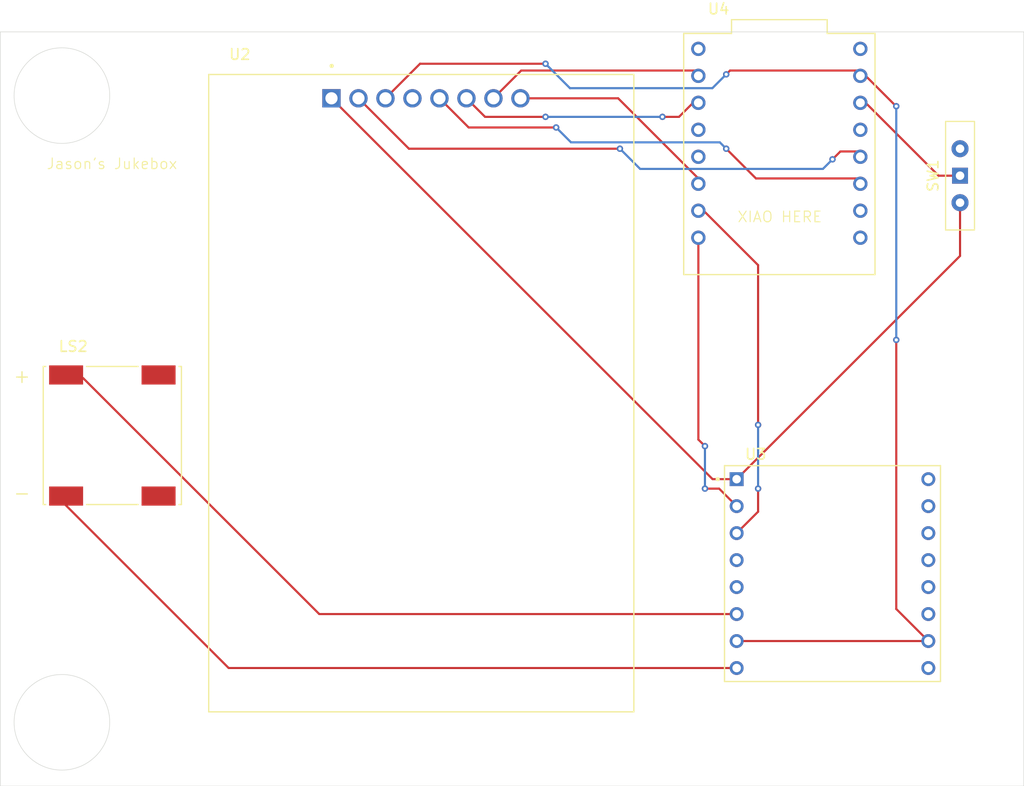
<source format=kicad_pcb>
(kicad_pcb (version 20241229) (generator "pcbnew") (generator_version "9.0")
  (layers (0 "F.Cu" signal) (2 "B.Cu" signal) (13 "F.Paste" user) (15 "B.Paste" user) (5 "F.SilkS" user "F.Silkscreen") (7 "B.SilkS" user "B.Silkscreen") (1 "F.Mask" user) (3 "B.Mask" user) (25 "Edge.Cuts" user))
  (net 0 "")
  (net 1 "Net-(U3-SPK1)")
  (net 2 "Net-(U3-SPK2)")
  (net 3 "Net-(SW1-C)")
  (net 5 "+3.3V")
  (net 6 "GND")
  (net 17 "Net-(U2-MISO{slash}SCL{slash}TX)")
  (net 18 "Net-(U2-SS{slash}SDA{slash}RX)")
  (net 19 "Net-(U2-SCK)")
  (net 20 "Net-(U2-MOSI)")
  (net 21 "Net-(U2-RST)")
  (net 22 "Net-(U3-RX)")
  (net 23 "Net-(U3-TX)")
  (footprint "DFPlayer:MODULE_DFR0299" (layer "F.Cu") (at 162 101)
    (property "Reference" "U3" (at -7.225 -11.235 0) (layer "F.SilkS"))
    (property "Value" "DFPlayer")
    (fp_line (start -10.16 -10.16) (end 10.16 -10.16) (stroke (width 0.127)) (layer "F.SilkS"))
    (fp_line (start -10.16 10.16) (end -10.16 -10.16) (stroke (width 0.127)) (layer "F.SilkS"))
    (fp_line (start 10.16 -10.16) (end 10.16 10.16) (stroke (width 0.127)) (layer "F.SilkS"))
    (fp_line (start 10.16 10.16) (end -10.16 10.16) (stroke (width 0.127)) (layer "F.SilkS"))
    (fp_circle (center -10.8 -8.89) (end -10.7 -8.89) (stroke (width 0.2)) (fill no) (layer "F.SilkS"))
    (pad "1" thru_hole rect (at -9.017 -8.89) (size 1.308 1.308) (drill 0.8) (layers "*.Cu" "*.Mask") (net 3 "Net-(SW1-C)"))
    (pad "2" thru_hole circle (at -9.017 -6.35) (size 1.308 1.308) (drill 0.8) (layers "*.Cu" "*.Mask") (net 22 "Net-(U3-RX)"))
    (pad "3" thru_hole circle (at -9.017 -3.81) (size 1.308 1.308) (drill 0.8) (layers "*.Cu" "*.Mask") (net 23 "Net-(U3-TX)"))
    (pad "4" thru_hole circle (at -9.017 -1.27) (size 1.308 1.308) (drill 0.8) (layers "*.Cu" "*.Mask"))
    (pad "5" thru_hole circle (at -9.017 1.27) (size 1.308 1.308) (drill 0.8) (layers "*.Cu" "*.Mask"))
    (pad "6" thru_hole circle (at -9.017 3.81) (size 1.308 1.308) (drill 0.8) (layers "*.Cu" "*.Mask") (net 1 "Net-(U3-SPK1)"))
    (pad "7" thru_hole circle (at -9.017 6.35) (size 1.308 1.308) (drill 0.8) (layers "*.Cu" "*.Mask") (net 6 "GND"))
    (pad "8" thru_hole circle (at -9.017 8.89) (size 1.308 1.308) (drill 0.8) (layers "*.Cu" "*.Mask") (net 2 "Net-(U3-SPK2)"))
    (pad "9" thru_hole circle (at 9.017 8.89) (size 1.308 1.308) (drill 0.8) (layers "*.Cu" "*.Mask"))
    (pad "10" thru_hole circle (at 9.017 6.35) (size 1.308 1.308) (drill 0.8) (layers "*.Cu" "*.Mask") (net 6 "GND"))
    (pad "11" thru_hole circle (at 9.017 3.81) (size 1.308 1.308) (drill 0.8) (layers "*.Cu" "*.Mask"))
    (pad "12" thru_hole circle (at 9.017 1.27) (size 1.308 1.308) (drill 0.8) (layers "*.Cu" "*.Mask"))
    (pad "13" thru_hole circle (at 9.017 -1.27) (size 1.308 1.308) (drill 0.8) (layers "*.Cu" "*.Mask"))
    (pad "14" thru_hole circle (at 9.017 -3.81) (size 1.308 1.308) (drill 0.8) (layers "*.Cu" "*.Mask"))
    (pad "15" thru_hole circle (at 9.017 -6.35) (size 1.308 1.308) (drill 0.8) (layers "*.Cu" "*.Mask"))
    (pad "16" thru_hole circle (at 9.017 -8.89) (size 1.308 1.308) (drill 0.8) (layers "*.Cu" "*.Mask"))
  )
  (footprint "RFID:MODULE_CEG006900" (layer "F.Cu") (at 123.3115 84.013)
    (property "Reference" "U2" (at -17.075 -31.885 0) (layer "F.SilkS"))
    (property "Value" "RFID")
    (fp_line (start -20 -30) (end 20 -30) (stroke (width 0.127)) (layer "F.SilkS"))
    (fp_line (start -20 30) (end -20 -30) (stroke (width 0.127)) (layer "F.SilkS"))
    (fp_line (start 20 -30) (end 20 30) (stroke (width 0.127)) (layer "F.SilkS"))
    (fp_line (start 20 30) (end -20 30) (stroke (width 0.127)) (layer "F.SilkS"))
    (fp_circle (center -8.431 -30.808) (end -8.331 -30.808) (stroke (width 0.2)) (fill no) (layer "F.SilkS"))
    (pad "" np_thru_hole circle (at -17.5 -14) (size 2.5 2.5) (drill 2.5) (layers "*.Cu" "*.Mask"))
    (pad "" np_thru_hole circle (at -14 24) (size 2.5 2.5) (drill 2.5) (layers "*.Cu" "*.Mask"))
    (pad "" np_thru_hole circle (at 14 24) (size 2.5 2.5) (drill 2.5) (layers "*.Cu" "*.Mask"))
    (pad "" np_thru_hole circle (at 17.5 -14) (size 2.5 2.5) (drill 2.5) (layers "*.Cu" "*.Mask"))
    (pad "1" thru_hole rect (at -8.45 -27.76) (size 1.725 1.725) (drill 1.15) (layers "*.Cu" "*.Mask") (net 3 "Net-(SW1-C)"))
    (pad "2" thru_hole circle (at -5.91 -27.76) (size 1.725 1.725) (drill 1.15) (layers "*.Cu" "*.Mask") (net 21 "Net-(U2-RST)"))
    (pad "3" thru_hole circle (at -3.37 -27.76) (size 1.725 1.725) (drill 1.15) (layers "*.Cu" "*.Mask") (net 6 "GND"))
    (pad "4" thru_hole circle (at -0.83 -27.76) (size 1.725 1.725) (drill 1.15) (layers "*.Cu" "*.Mask"))
    (pad "5" thru_hole circle (at 1.71 -27.76) (size 1.725 1.725) (drill 1.15) (layers "*.Cu" "*.Mask") (net 17 "Net-(U2-MISO{slash}SCL{slash}TX)"))
    (pad "6" thru_hole circle (at 4.25 -27.76) (size 1.725 1.725) (drill 1.15) (layers "*.Cu" "*.Mask") (net 20 "Net-(U2-MOSI)"))
    (pad "7" thru_hole circle (at 6.79 -27.76) (size 1.725 1.725) (drill 1.15) (layers "*.Cu" "*.Mask") (net 19 "Net-(U2-SCK)"))
    (pad "8" thru_hole circle (at 9.33 -27.76) (size 1.725 1.725) (drill 1.15) (layers "*.Cu" "*.Mask") (net 18 "Net-(U2-SS{slash}SDA{slash}RX)"))
  )
  (footprint "Button_Switch_THT:SW_Slide-03_Wuerth-WS-SLTV_10x2.5x6.4_P2.54mm" (layer "F.Cu") (at 174 63.54 90)
    (property "Reference" "SW1" (at 0 -2.54 90) (layer "F.SilkS"))
    (property "Value" "Slider Switch")
    (fp_rect (start -5.11 -1.36) (end 5.11 1.36) (stroke (width 0.12)) (fill no) (layer "F.SilkS"))
    (pad "1" thru_hole rect (at 0 0 90) (size 1.5 1.5) (drill 0.8) (layers "*.Cu" "*.Mask") (net 5 "+3.3V"))
    (pad "2" thru_hole circle (at -2.54 0 90) (size 1.6 1.6) (drill 0.8) (layers "*.Cu" "*.Mask") (net 3 "Net-(SW1-C)"))
    (pad "3" thru_hole circle (at 2.54 0 90) (size 1.6 1.6) (drill 0.8) (layers "*.Cu" "*.Mask"))
  )
  (footprint "ESP32-c3 super mini:MODULE_ESP32-C3_SUPERMINI_TH" (layer "F.Cu") (at 157 61.5)
    (property "Reference" "U4" (at -5.715 -13.6525 0) (layer "F.SilkS"))
    (property "Value" "ESP32-C3_SUPERMINI_TH")
    (fp_line (start -9 11.35) (end -9 -11.35) (stroke (width 0.127)) (layer "F.SilkS"))
    (fp_line (start -4.5 -12.65) (end -4.5 -11.35) (stroke (width 0.127)) (layer "F.SilkS"))
    (fp_line (start -4.5 -11.35) (end -9 -11.35) (stroke (width 0.127)) (layer "F.SilkS"))
    (fp_line (start 4.5 -12.65) (end -4.5 -12.65) (stroke (width 0.127)) (layer "F.SilkS"))
    (fp_line (start 4.5 -12.65) (end 4.5 -11.35) (stroke (width 0.127)) (layer "F.SilkS"))
    (fp_line (start 9 -11.35) (end 4.5 -11.35) (stroke (width 0.127)) (layer "F.SilkS"))
    (fp_line (start 9 11.35) (end -9 11.35) (stroke (width 0.127)) (layer "F.SilkS"))
    (fp_line (start 9 11.35) (end 9 -11.35) (stroke (width 0.127)) (layer "F.SilkS"))
    (pad "0" thru_hole circle (at 7.62 7.88) (size 1.348 1.348) (drill 0.84) (layers "*.Cu" "*.Mask"))
    (pad "1" thru_hole circle (at 7.62 5.34) (size 1.348 1.348) (drill 0.84) (layers "*.Cu" "*.Mask"))
    (pad "2" thru_hole circle (at 7.62 2.8) (size 1.348 1.348) (drill 0.84) (layers "*.Cu" "*.Mask") (net 17 "Net-(U2-MISO{slash}SCL{slash}TX)"))
    (pad "3" thru_hole circle (at 7.62 0.26) (size 1.348 1.348) (drill 0.84) (layers "*.Cu" "*.Mask") (net 21 "Net-(U2-RST)"))
    (pad "3.3" thru_hole circle (at 7.62 -4.82) (size 1.348 1.348) (drill 0.84) (layers "*.Cu" "*.Mask") (net 5 "+3.3V"))
    (pad "4" thru_hole circle (at 7.62 -2.28) (size 1.348 1.348) (drill 0.84) (layers "*.Cu" "*.Mask"))
    (pad "5" thru_hole circle (at -7.62 -9.9) (size 1.348 1.348) (drill 0.84) (layers "*.Cu" "*.Mask"))
    (pad "5V" thru_hole circle (at 7.62 -9.9) (size 1.348 1.348) (drill 0.84) (layers "*.Cu" "*.Mask"))
    (pad "6" thru_hole circle (at -7.62 -7.36) (size 1.348 1.348) (drill 0.84) (layers "*.Cu" "*.Mask") (net 19 "Net-(U2-SCK)"))
    (pad "7" thru_hole circle (at -7.62 -4.82) (size 1.348 1.348) (drill 0.84) (layers "*.Cu" "*.Mask") (net 20 "Net-(U2-MOSI)"))
    (pad "8" thru_hole circle (at -7.62 -2.28) (size 1.348 1.348) (drill 0.84) (layers "*.Cu" "*.Mask"))
    (pad "9" thru_hole circle (at -7.62 0.26) (size 1.348 1.348) (drill 0.84) (layers "*.Cu" "*.Mask"))
    (pad "10" thru_hole circle (at -7.62 2.8) (size 1.348 1.348) (drill 0.84) (layers "*.Cu" "*.Mask") (net 18 "Net-(U2-SS{slash}SDA{slash}RX)"))
    (pad "20" thru_hole circle (at -7.62 5.34) (size 1.348 1.348) (drill 0.84) (layers "*.Cu" "*.Mask") (net 23 "Net-(U3-TX)"))
    (pad "21" thru_hole circle (at -7.62 7.88) (size 1.348 1.348) (drill 0.84) (layers "*.Cu" "*.Mask") (net 22 "Net-(U3-RX)"))
    (pad "G" thru_hole circle (at 7.62 -7.36) (size 1.348 1.348) (drill 0.84) (layers "*.Cu" "*.Mask") (net 6 "GND"))
  )
  (footprint "Speaker:SPKR_KAAG13008-07C" (layer "F.Cu") (at 94.24425 88)
    (property "Reference" "LS2" (at -3.675 -8.385 0) (layer "F.SilkS"))
    (property "Value" "Speaker")
    (fp_line (start -9 -5.5) (end -8 -5.5) (stroke (width 0.127)) (layer "F.SilkS"))
    (fp_line (start -8.5 -6) (end -8.5 -5) (stroke (width 0.127)) (layer "F.SilkS"))
    (fp_line (start -8 5.5) (end -9 5.5) (stroke (width 0.127)) (layer "F.SilkS"))
    (fp_line (start -6.5 -6.5) (end -6.27 -6.5) (stroke (width 0.127)) (layer "F.SilkS"))
    (fp_line (start -6.5 6.5) (end -6.5 -6.5) (stroke (width 0.127)) (layer "F.SilkS"))
    (fp_line (start -6.5 6.5) (end -6.27 6.5) (stroke (width 0.127)) (layer "F.SilkS"))
    (fp_line (start 2.43 -6.5) (end -2.43 -6.5) (stroke (width 0.127)) (layer "F.SilkS"))
    (fp_line (start 2.43 6.5) (end -2.43 6.5) (stroke (width 0.127)) (layer "F.SilkS"))
    (fp_line (start 6.27 -6.5) (end 6.5 -6.5) (stroke (width 0.127)) (layer "F.SilkS"))
    (fp_line (start 6.5 -6.5) (end 6.5 6.5) (stroke (width 0.127)) (layer "F.SilkS"))
    (fp_line (start 6.5 6.5) (end 6.27 6.5) (stroke (width 0.127)) (layer "F.SilkS"))
    (pad "N" smd rect (at -4.35 5.7) (size 3.2 1.8) (layers "F.Cu" "F.Mask" "F.Paste") (net 2 "Net-(U3-SPK2)"))
    (pad "P" smd rect (at -4.35 -5.7) (size 3.2 1.8) (layers "F.Cu" "F.Mask" "F.Paste") (net 1 "Net-(U3-SPK1)"))
    (pad "S1" smd rect (at 4.35 -5.7) (size 3.2 1.8) (layers "F.Cu" "F.Mask" "F.Paste"))
    (pad "S2" smd rect (at 4.35 5.7) (size 3.2 1.8) (layers "F.Cu" "F.Mask" "F.Paste"))
  )
  (gr_circle (center 89.5 56) (end 89.5 51.5) (stroke (width 0.05)) (fill no) (layer "Edge.Cuts"))
  (gr_rect (start 83.7 50) (end 180 121) (stroke (width 0.05)) (fill no) (layer "Edge.Cuts"))
  (gr_circle (center 89.5 115) (end 89.5 110.5) (stroke (width 0.05)) (fill no) (layer "Edge.Cuts"))
  (gr_text "Jason's Jukebox" (at 88 63 0) (layer "F.SilkS") (effects (font (size 1 1) (thickness 0.1)) (justify left bottom)))
  (gr_text "XIAO HERE" (at 153 68 0) (layer "F.SilkS") (effects (font (size 1 1) (thickness 0.1)) (justify left bottom)))
  (segment (start 91.5 82.6) (end 113.71 104.81) (width 0.2) (layer "F.Cu") (net 1))
  (segment (start 113.71 104.81) (end 152.983 104.81) (width 0.2) (layer "F.Cu") (net 1))
  (segment (start 89.3 82.6) (end 91.5 82.6) (width 0.2) (layer "F.Cu") (net 1))
  (segment (start 105.19 109.89) (end 89.3 94) (width 0.2) (layer "F.Cu") (net 2))
  (segment (start 152.983 109.89) (end 105.19 109.89) (width 0.2) (layer "F.Cu") (net 2))
  (segment (start 150.7185 92.11) (end 114.8615 56.253) (width 0.2) (layer "F.Cu") (net 3))
  (segment (start 174 66.08) (end 174 71.093) (width 0.2) (layer "F.Cu") (net 3))
  (segment (start 174 71.093) (end 152.983 92.11) (width 0.2) (layer "F.Cu") (net 3))
  (segment (start 152.983 92.11) (end 150.7185 92.11) (width 0.2) (layer "F.Cu") (net 3))
  (segment (start 171.98 63.54) (end 164.62 56.18) (width 0.2) (layer "F.Cu") (net 5))
  (segment (start 174 63.54) (end 171.98 63.54) (width 0.2) (layer "F.Cu") (net 5))
  (segment (start 123.1945 53) (end 119.9415 56.253) (width 0.2) (layer "F.Cu") (net 6))
  (segment (start 152.36 53.64) (end 152 54) (width 0.2) (layer "F.Cu") (net 6))
  (segment (start 164.62 53.64) (end 152.36 53.64) (width 0.2) (layer "F.Cu") (net 6))
  (segment (start 135 53) (end 123.1945 53) (width 0.2) (layer "F.Cu") (net 6))
  (segment (start 168 57) (end 167.98 57) (width 0.2) (layer "F.Cu") (net 6))
  (segment (start 167.98 57) (end 164.62 53.64) (width 0.2) (layer "F.Cu") (net 6))
  (segment (start 171.017 107.35) (end 168 104.333) (width 0.2) (layer "F.Cu") (net 6))
  (segment (start 168 104.333) (end 168 79) (width 0.2) (layer "F.Cu") (net 6))
  (segment (start 171.017 107.35) (end 152.983 107.35) (width 0.2) (layer "F.Cu") (net 6))
  (via (at 152 54) (size 0.6) (drill 0.3) (layers "F.Cu" "B.Cu") (net 6))
  (via (at 168 57) (size 0.6) (drill 0.3) (layers "F.Cu" "B.Cu") (net 6))
  (via (at 168 79) (size 0.6) (drill 0.3) (layers "F.Cu" "B.Cu") (net 6))
  (via (at 135 53) (size 0.6) (drill 0.3) (layers "F.Cu" "B.Cu") (net 6))
  (segment (start 168 79) (end 168 57) (width 0.2) (layer "B.Cu") (net 6))
  (segment (start 152 54) (end 150.7 55.3) (width 0.2) (layer "B.Cu") (net 6))
  (segment (start 150.7 55.3) (end 137.3 55.3) (width 0.2) (layer "B.Cu") (net 6))
  (segment (start 137.3 55.3) (end 135 53) (width 0.2) (layer "B.Cu") (net 6))
  (segment (start 164.62 63.8) (end 154.8 63.8) (width 0.2) (layer "F.Cu") (net 17))
  (segment (start 136 59) (end 127.7685 59) (width 0.2) (layer "F.Cu") (net 17))
  (segment (start 127.7685 59) (end 125.0215 56.253) (width 0.2) (layer "F.Cu") (net 17))
  (segment (start 154.8 63.8) (end 152 61) (width 0.2) (layer "F.Cu") (net 17))
  (via (at 152 61) (size 0.6) (drill 0.3) (layers "F.Cu" "B.Cu") (net 17))
  (via (at 136 59) (size 0.6) (drill 0.3) (layers "F.Cu" "B.Cu") (net 17))
  (segment (start 152 61) (end 151.4 60.4) (width 0.2) (layer "B.Cu") (net 17))
  (segment (start 137.4 60.4) (end 136 59) (width 0.2) (layer "B.Cu") (net 17))
  (segment (start 151.4 60.4) (end 137.4 60.4) (width 0.2) (layer "B.Cu") (net 17))
  (segment (start 141.833 56.253) (end 149.38 63.8) (width 0.2) (layer "F.Cu") (net 18))
  (segment (start 132.6415 56.253) (end 141.833 56.253) (width 0.2) (layer "F.Cu") (net 18))
  (segment (start 130.1015 56.253) (end 132.7145 53.64) (width 0.2) (layer "F.Cu") (net 19))
  (segment (start 132.7145 53.64) (end 149.38 53.64) (width 0.2) (layer "F.Cu") (net 19))
  (segment (start 129.3085 58) (end 135 58) (width 0.2) (layer "F.Cu") (net 20))
  (segment (start 127.5615 56.253) (end 129.3085 58) (width 0.2) (layer "F.Cu") (net 20))
  (segment (start 147.56 58) (end 149.38 56.18) (width 0.2) (layer "F.Cu") (net 20))
  (segment (start 146 58) (end 147.56 58) (width 0.2) (layer "F.Cu") (net 20))
  (via (at 135 58) (size 0.6) (drill 0.3) (layers "F.Cu" "B.Cu") (net 20))
  (via (at 146 58) (size 0.6) (drill 0.3) (layers "F.Cu" "B.Cu") (net 20))
  (segment (start 135 58) (end 146 58) (width 0.2) (layer "B.Cu") (net 20))
  (segment (start 162 62) (end 162.74 61.26) (width 0.2) (layer "F.Cu") (net 21))
  (segment (start 117.4015 56.253) (end 122.1485 61) (width 0.2) (layer "F.Cu") (net 21))
  (segment (start 162.74 61.26) (end 164.62 61.26) (width 0.2) (layer "F.Cu") (net 21))
  (segment (start 122.1485 61) (end 142 61) (width 0.2) (layer "F.Cu") (net 21))
  (via (at 142 61) (size 0.6) (drill 0.3) (layers "F.Cu" "B.Cu") (net 21))
  (via (at 162 62) (size 0.6) (drill 0.3) (layers "F.Cu" "B.Cu") (net 21))
  (segment (start 143.9 62.9) (end 161.1 62.9) (width 0.2) (layer "B.Cu") (net 21))
  (segment (start 161.1 62.9) (end 162 62) (width 0.2) (layer "B.Cu") (net 21))
  (segment (start 142 61) (end 143.9 62.9) (width 0.2) (layer "B.Cu") (net 21))
  (segment (start 152.983 94.65) (end 151.333 93) (width 0.2) (layer "F.Cu") (net 22))
  (segment (start 150 89) (end 149.38 88.38) (width 0.2) (layer "F.Cu") (net 22))
  (segment (start 149.38 88.38) (end 149.38 68.88) (width 0.2) (layer "F.Cu") (net 22))
  (segment (start 151.333 93) (end 150 93) (width 0.2) (layer "F.Cu") (net 22))
  (via (at 150 93) (size 0.6) (drill 0.3) (layers "F.Cu" "B.Cu") (net 22))
  (via (at 150 89) (size 0.6) (drill 0.3) (layers "F.Cu" "B.Cu") (net 22))
  (segment (start 150 93) (end 150 89) (width 0.2) (layer "B.Cu") (net 22))
  (segment (start 155 95.173) (end 152.983 97.19) (width 0.2) (layer "F.Cu") (net 23))
  (segment (start 155 93) (end 155 95.173) (width 0.2) (layer "F.Cu") (net 23))
  (segment (start 155 71.96) (end 155 87) (width 0.2) (layer "F.Cu") (net 23))
  (segment (start 149.38 66.34) (end 155 71.96) (width 0.2) (layer "F.Cu") (net 23))
  (via (at 155 87) (size 0.6) (drill 0.3) (layers "F.Cu" "B.Cu") (net 23))
  (via (at 155 93) (size 0.6) (drill 0.3) (layers "F.Cu" "B.Cu") (net 23))
  (segment (start 155 87) (end 155 93) (width 0.2) (layer "B.Cu") (net 23))
)
</source>
